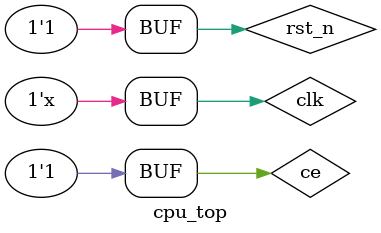
<source format=v>
`timescale 1ns / 1ps


module cpu_top;
    
    reg         clk;
    reg         rst_n;
    
    wire [31:0]    inst;    
    wire [31:0]    cur_pc;
    wire [31:0]    next_pc;
    
    wire [4:0]  rw_addr;
    wire [4:0]  ra_addr;
    wire [4:0]  rb_addr; 
    
    wire [31:0]      imm;
    wire             zero;
    reg              ce;
    
    wire [31:0]      bus_w;   
    wire [31:0]      bus_a;          
    wire [31:0]      bus_b;     
    wire [31:0]      bus_bi;   // alu_bsrc result.
    wire [31:0]      bus_ai;   // alu_asrc result. 
    wire [31:0]      bus_wo;   // mem_to_reg result.      
    wire [31:0]      data_out; // mem data out.

    // µ¥Öµ¿ØÖÆÐÅºÅ
    wire  branch;       // pc
    wire  jump;         // pc
    wire  mem_to_reg;   // ALU to Reg
    wire  reg_wr;       // Reg
    wire  mem_wr;       // Mem
    wire  alu_asrc;     // Reg to ALU
    
    // ¶àÖµ¿ØÖÆÐÅºÅ
    wire [1:0] alu_bsrc;   // imm and Reg to ALU
    wire [2:0] ext_op;     // imm
    wire [3:0] alu_ctr;    // ALU
    
    initial begin
        ce = 0;
        clk = 0;
        rst_n = 0;
        
        #50
        ce = 1'b1;
        rst_n = 1'b1;
        
    end
    always #50 clk = ~clk;
    
    // ¼Ä´æÆ÷
    reg_file reg_file0(
        .rst_n(rst_n),
        .clk(clk),
        
        .rw(rw_addr),
        .bus_w(bus_wo),
        .reg_wr(reg_wr),
        
        .ra(ra_addr),
        .bus_a(bus_a),
        
        .rb(rb_addr),
        .bus_b(bus_b)
        );
        
    // ALU
    alu_top alu_top0(
        .regA_i(bus_ai), 
        .regB_i(bus_bi), 
        .alu_ctr(alu_ctr), 
        .res_o(bus_w), 
        .zero(zero)
        );
    
    // À©Õ¹Æ÷
    ie ie0(
        .instr(inst),
        .ext_op(ext_op),
        .imm(imm)
    );
    
    // ´æ´¢Æ÷
    data_mem data_mem0(
        .rst_n(rst_n),
        .clk(clk),
    
        .addr(bus_w),      // Ð´ÈëµØÖ·
        .data_in(bus_b),   // Ð´ÈëÊý¾Ý
        .mem_wr(mem_wr),    // Ð´Ê¹ÄÜ
        
        .data_out(data_out)  // Ð´³öÊý¾Ý
    );
    
    // ÏÂµØÖ·Âß¼­
    next_pc next_pc0(
        .ce(ce),
        .pc(cur_pc),
        .imm(imm),
        .branch(branch),
        .zero(zero),
        .jump(jump),
        .next_pc(next_pc)
        );
    
    // Ö¸Áî´æ´¢Æ÷
    inst_rom inst_rom0(
        .ce(ce),
        .addr(cur_pc),
        .inst(inst)
        );
    
    // ³ÌÐò¼ÆÊýÆ÷
    pc_reg pc_reg0(
        .clk(clk),
        .rst_n(rst_n),
        
        .next_pc(next_pc),
        .cur_pc(cur_pc)
        );
    
    // mux from bus_b and imm and 4. send bus_bi to alu regB_i.
    mux_alu_bsrc mux_alu_bsrc0(
        .alu_bsrc(alu_bsrc),
        .bus_b(bus_b),
        .imm(imm),
        
        .bus_bo(bus_bi)
        );
    
    // mus from bus_a and pc to regA_i
    mux_alu_asrc mux_alu_asrc0(
        .alu_asrc(alu_asrc),
        .bus_a(bus_a),
        .pc(cur_pc),
        
        .bus_ao(bus_ai)
        );
        
    // id ÒëÖ¸Ä£¿é
    id id0(
        .rst_n(rst_n),
        .inst_i(inst),
    
        .reg1_addr_o(ra_addr),
        .reg2_addr_o(rb_addr),
        .wd_o(rw_addr),  
        
        .branch_o(branch),       // pc
        .jump_o(jump),         // pc
        .mem_to_reg_o(mem_to_reg),   // ALU to Reg
        .reg_wr_o(reg_wr),       // Reg
        .mem_wr_o(mem_wr),       // Mem
        .alu_asrc_o(alu_asrc),     // Reg to ALU
        
        // ¶àÖµ¿ØÖÆÐÅºÅ
        .alu_bsrc_o(alu_bsrc),   // imm and Reg to ALU
        .ext_op_o(ext_op),     // imm
        .alu_ctr_o(alu_ctr)     // ALU
        );
    
    // mux from alu out and mem out.
    assign bus_wo = mem_to_reg ? data_out : bus_w;

endmodule

</source>
